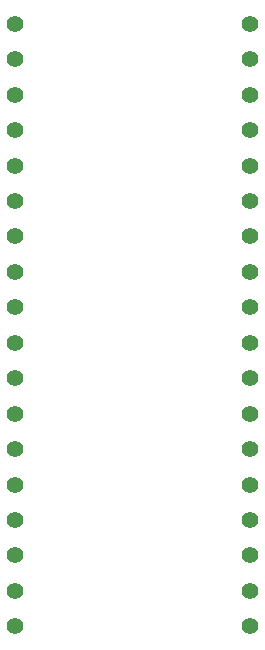
<source format=gbr>
%TF.GenerationSoftware,KiCad,Pcbnew,7.0.2-6a45011f42~172~ubuntu22.04.1*%
%TF.CreationDate,2023-05-08T11:52:49+01:00*%
%TF.ProjectId,bridge,62726964-6765-42e6-9b69-6361645f7063,rev?*%
%TF.SameCoordinates,Original*%
%TF.FileFunction,Soldermask,Bot*%
%TF.FilePolarity,Negative*%
%FSLAX46Y46*%
G04 Gerber Fmt 4.6, Leading zero omitted, Abs format (unit mm)*
G04 Created by KiCad (PCBNEW 7.0.2-6a45011f42~172~ubuntu22.04.1) date 2023-05-08 11:52:49*
%MOMM*%
%LPD*%
G01*
G04 APERTURE LIST*
%ADD10C,1.400000*%
G04 APERTURE END LIST*
D10*
%TO.C,TP15*%
X120000000Y-106794974D03*
%TD*%
%TO.C,TP19*%
X100100001Y-64794974D03*
%TD*%
%TO.C,TP12*%
X119950000Y-97794974D03*
%TD*%
%TO.C,TP7*%
X120000000Y-82794974D03*
%TD*%
%TO.C,TP31*%
X100050001Y-100794974D03*
%TD*%
%TO.C,TP10*%
X119950000Y-91794974D03*
%TD*%
%TO.C,TP35*%
X100100001Y-112794974D03*
%TD*%
%TO.C,TP11*%
X120000000Y-94794974D03*
%TD*%
%TO.C,TP33*%
X100100001Y-106794974D03*
%TD*%
%TO.C,TP5*%
X120000000Y-76794974D03*
%TD*%
%TO.C,TP13*%
X120000000Y-100794974D03*
%TD*%
%TO.C,TP28*%
X100100001Y-91794974D03*
%TD*%
%TO.C,TP16*%
X119975000Y-109794974D03*
%TD*%
%TO.C,TP1*%
X120000000Y-64794974D03*
%TD*%
%TO.C,TP20*%
X100100001Y-67794974D03*
%TD*%
%TO.C,TP26*%
X100100001Y-85794974D03*
%TD*%
%TO.C,TP25*%
X100050001Y-82794974D03*
%TD*%
%TO.C,TP4*%
X119950000Y-73794974D03*
%TD*%
%TO.C,TP34*%
X100100001Y-109794974D03*
%TD*%
%TO.C,TP30*%
X100075001Y-97794974D03*
%TD*%
%TO.C,TP18*%
X120000000Y-115794974D03*
%TD*%
%TO.C,TP23*%
X100050001Y-76794974D03*
%TD*%
%TO.C,TP8*%
X120000000Y-85794974D03*
%TD*%
%TO.C,TP14*%
X120000000Y-103794974D03*
%TD*%
%TO.C,TP36*%
X100100001Y-115794974D03*
%TD*%
%TO.C,TP2*%
X120000000Y-67794974D03*
%TD*%
%TO.C,TP6*%
X120000000Y-79794974D03*
%TD*%
%TO.C,TP22*%
X100100001Y-73794974D03*
%TD*%
%TO.C,TP32*%
X100100001Y-103794974D03*
%TD*%
%TO.C,TP29*%
X100100001Y-94794974D03*
%TD*%
%TO.C,TP21*%
X100100001Y-70794974D03*
%TD*%
%TO.C,TP24*%
X100100001Y-79794974D03*
%TD*%
%TO.C,TP27*%
X100100001Y-88794974D03*
%TD*%
%TO.C,TP17*%
X120000000Y-112794974D03*
%TD*%
%TO.C,TP9*%
X120000000Y-88794974D03*
%TD*%
%TO.C,TP3*%
X120000000Y-70794974D03*
%TD*%
M02*

</source>
